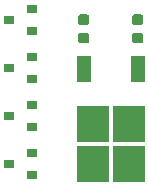
<source format=gbr>
G04 #@! TF.GenerationSoftware,KiCad,Pcbnew,5.0.2-bee76a0~70~ubuntu18.04.1*
G04 #@! TF.CreationDate,2019-12-10T21:20:44+01:00*
G04 #@! TF.ProjectId,RGB_strip,5247425f-7374-4726-9970-2e6b69636164,rev?*
G04 #@! TF.SameCoordinates,Original*
G04 #@! TF.FileFunction,Paste,Bot*
G04 #@! TF.FilePolarity,Positive*
%FSLAX46Y46*%
G04 Gerber Fmt 4.6, Leading zero omitted, Abs format (unit mm)*
G04 Created by KiCad (PCBNEW 5.0.2-bee76a0~70~ubuntu18.04.1) date mar 10 dic 2019 21:20:44 CET*
%MOMM*%
%LPD*%
G01*
G04 APERTURE LIST*
%ADD10C,0.100000*%
%ADD11C,0.875000*%
%ADD12R,0.900000X0.800000*%
%ADD13R,1.200000X2.200000*%
%ADD14R,2.750000X3.050000*%
G04 APERTURE END LIST*
D10*
G04 #@! TO.C,C1*
G36*
X121562691Y-93518053D02*
X121583926Y-93521203D01*
X121604750Y-93526419D01*
X121624962Y-93533651D01*
X121644368Y-93542830D01*
X121662781Y-93553866D01*
X121680024Y-93566654D01*
X121695930Y-93581070D01*
X121710346Y-93596976D01*
X121723134Y-93614219D01*
X121734170Y-93632632D01*
X121743349Y-93652038D01*
X121750581Y-93672250D01*
X121755797Y-93693074D01*
X121758947Y-93714309D01*
X121760000Y-93735750D01*
X121760000Y-94173250D01*
X121758947Y-94194691D01*
X121755797Y-94215926D01*
X121750581Y-94236750D01*
X121743349Y-94256962D01*
X121734170Y-94276368D01*
X121723134Y-94294781D01*
X121710346Y-94312024D01*
X121695930Y-94327930D01*
X121680024Y-94342346D01*
X121662781Y-94355134D01*
X121644368Y-94366170D01*
X121624962Y-94375349D01*
X121604750Y-94382581D01*
X121583926Y-94387797D01*
X121562691Y-94390947D01*
X121541250Y-94392000D01*
X121028750Y-94392000D01*
X121007309Y-94390947D01*
X120986074Y-94387797D01*
X120965250Y-94382581D01*
X120945038Y-94375349D01*
X120925632Y-94366170D01*
X120907219Y-94355134D01*
X120889976Y-94342346D01*
X120874070Y-94327930D01*
X120859654Y-94312024D01*
X120846866Y-94294781D01*
X120835830Y-94276368D01*
X120826651Y-94256962D01*
X120819419Y-94236750D01*
X120814203Y-94215926D01*
X120811053Y-94194691D01*
X120810000Y-94173250D01*
X120810000Y-93735750D01*
X120811053Y-93714309D01*
X120814203Y-93693074D01*
X120819419Y-93672250D01*
X120826651Y-93652038D01*
X120835830Y-93632632D01*
X120846866Y-93614219D01*
X120859654Y-93596976D01*
X120874070Y-93581070D01*
X120889976Y-93566654D01*
X120907219Y-93553866D01*
X120925632Y-93542830D01*
X120945038Y-93533651D01*
X120965250Y-93526419D01*
X120986074Y-93521203D01*
X121007309Y-93518053D01*
X121028750Y-93517000D01*
X121541250Y-93517000D01*
X121562691Y-93518053D01*
X121562691Y-93518053D01*
G37*
D11*
X121285000Y-93954500D03*
D10*
G36*
X121562691Y-95093053D02*
X121583926Y-95096203D01*
X121604750Y-95101419D01*
X121624962Y-95108651D01*
X121644368Y-95117830D01*
X121662781Y-95128866D01*
X121680024Y-95141654D01*
X121695930Y-95156070D01*
X121710346Y-95171976D01*
X121723134Y-95189219D01*
X121734170Y-95207632D01*
X121743349Y-95227038D01*
X121750581Y-95247250D01*
X121755797Y-95268074D01*
X121758947Y-95289309D01*
X121760000Y-95310750D01*
X121760000Y-95748250D01*
X121758947Y-95769691D01*
X121755797Y-95790926D01*
X121750581Y-95811750D01*
X121743349Y-95831962D01*
X121734170Y-95851368D01*
X121723134Y-95869781D01*
X121710346Y-95887024D01*
X121695930Y-95902930D01*
X121680024Y-95917346D01*
X121662781Y-95930134D01*
X121644368Y-95941170D01*
X121624962Y-95950349D01*
X121604750Y-95957581D01*
X121583926Y-95962797D01*
X121562691Y-95965947D01*
X121541250Y-95967000D01*
X121028750Y-95967000D01*
X121007309Y-95965947D01*
X120986074Y-95962797D01*
X120965250Y-95957581D01*
X120945038Y-95950349D01*
X120925632Y-95941170D01*
X120907219Y-95930134D01*
X120889976Y-95917346D01*
X120874070Y-95902930D01*
X120859654Y-95887024D01*
X120846866Y-95869781D01*
X120835830Y-95851368D01*
X120826651Y-95831962D01*
X120819419Y-95811750D01*
X120814203Y-95790926D01*
X120811053Y-95769691D01*
X120810000Y-95748250D01*
X120810000Y-95310750D01*
X120811053Y-95289309D01*
X120814203Y-95268074D01*
X120819419Y-95247250D01*
X120826651Y-95227038D01*
X120835830Y-95207632D01*
X120846866Y-95189219D01*
X120859654Y-95171976D01*
X120874070Y-95156070D01*
X120889976Y-95141654D01*
X120907219Y-95128866D01*
X120925632Y-95117830D01*
X120945038Y-95108651D01*
X120965250Y-95101419D01*
X120986074Y-95096203D01*
X121007309Y-95093053D01*
X121028750Y-95092000D01*
X121541250Y-95092000D01*
X121562691Y-95093053D01*
X121562691Y-95093053D01*
G37*
D11*
X121285000Y-95529500D03*
G04 #@! TD*
D10*
G04 #@! TO.C,C2*
G36*
X126134691Y-95093053D02*
X126155926Y-95096203D01*
X126176750Y-95101419D01*
X126196962Y-95108651D01*
X126216368Y-95117830D01*
X126234781Y-95128866D01*
X126252024Y-95141654D01*
X126267930Y-95156070D01*
X126282346Y-95171976D01*
X126295134Y-95189219D01*
X126306170Y-95207632D01*
X126315349Y-95227038D01*
X126322581Y-95247250D01*
X126327797Y-95268074D01*
X126330947Y-95289309D01*
X126332000Y-95310750D01*
X126332000Y-95748250D01*
X126330947Y-95769691D01*
X126327797Y-95790926D01*
X126322581Y-95811750D01*
X126315349Y-95831962D01*
X126306170Y-95851368D01*
X126295134Y-95869781D01*
X126282346Y-95887024D01*
X126267930Y-95902930D01*
X126252024Y-95917346D01*
X126234781Y-95930134D01*
X126216368Y-95941170D01*
X126196962Y-95950349D01*
X126176750Y-95957581D01*
X126155926Y-95962797D01*
X126134691Y-95965947D01*
X126113250Y-95967000D01*
X125600750Y-95967000D01*
X125579309Y-95965947D01*
X125558074Y-95962797D01*
X125537250Y-95957581D01*
X125517038Y-95950349D01*
X125497632Y-95941170D01*
X125479219Y-95930134D01*
X125461976Y-95917346D01*
X125446070Y-95902930D01*
X125431654Y-95887024D01*
X125418866Y-95869781D01*
X125407830Y-95851368D01*
X125398651Y-95831962D01*
X125391419Y-95811750D01*
X125386203Y-95790926D01*
X125383053Y-95769691D01*
X125382000Y-95748250D01*
X125382000Y-95310750D01*
X125383053Y-95289309D01*
X125386203Y-95268074D01*
X125391419Y-95247250D01*
X125398651Y-95227038D01*
X125407830Y-95207632D01*
X125418866Y-95189219D01*
X125431654Y-95171976D01*
X125446070Y-95156070D01*
X125461976Y-95141654D01*
X125479219Y-95128866D01*
X125497632Y-95117830D01*
X125517038Y-95108651D01*
X125537250Y-95101419D01*
X125558074Y-95096203D01*
X125579309Y-95093053D01*
X125600750Y-95092000D01*
X126113250Y-95092000D01*
X126134691Y-95093053D01*
X126134691Y-95093053D01*
G37*
D11*
X125857000Y-95529500D03*
D10*
G36*
X126134691Y-93518053D02*
X126155926Y-93521203D01*
X126176750Y-93526419D01*
X126196962Y-93533651D01*
X126216368Y-93542830D01*
X126234781Y-93553866D01*
X126252024Y-93566654D01*
X126267930Y-93581070D01*
X126282346Y-93596976D01*
X126295134Y-93614219D01*
X126306170Y-93632632D01*
X126315349Y-93652038D01*
X126322581Y-93672250D01*
X126327797Y-93693074D01*
X126330947Y-93714309D01*
X126332000Y-93735750D01*
X126332000Y-94173250D01*
X126330947Y-94194691D01*
X126327797Y-94215926D01*
X126322581Y-94236750D01*
X126315349Y-94256962D01*
X126306170Y-94276368D01*
X126295134Y-94294781D01*
X126282346Y-94312024D01*
X126267930Y-94327930D01*
X126252024Y-94342346D01*
X126234781Y-94355134D01*
X126216368Y-94366170D01*
X126196962Y-94375349D01*
X126176750Y-94382581D01*
X126155926Y-94387797D01*
X126134691Y-94390947D01*
X126113250Y-94392000D01*
X125600750Y-94392000D01*
X125579309Y-94390947D01*
X125558074Y-94387797D01*
X125537250Y-94382581D01*
X125517038Y-94375349D01*
X125497632Y-94366170D01*
X125479219Y-94355134D01*
X125461976Y-94342346D01*
X125446070Y-94327930D01*
X125431654Y-94312024D01*
X125418866Y-94294781D01*
X125407830Y-94276368D01*
X125398651Y-94256962D01*
X125391419Y-94236750D01*
X125386203Y-94215926D01*
X125383053Y-94194691D01*
X125382000Y-94173250D01*
X125382000Y-93735750D01*
X125383053Y-93714309D01*
X125386203Y-93693074D01*
X125391419Y-93672250D01*
X125398651Y-93652038D01*
X125407830Y-93632632D01*
X125418866Y-93614219D01*
X125431654Y-93596976D01*
X125446070Y-93581070D01*
X125461976Y-93566654D01*
X125479219Y-93553866D01*
X125497632Y-93542830D01*
X125517038Y-93533651D01*
X125537250Y-93526419D01*
X125558074Y-93521203D01*
X125579309Y-93518053D01*
X125600750Y-93517000D01*
X126113250Y-93517000D01*
X126134691Y-93518053D01*
X126134691Y-93518053D01*
G37*
D11*
X125857000Y-93954500D03*
G04 #@! TD*
D12*
G04 #@! TO.C,Q1*
X116951000Y-93030000D03*
X116951000Y-94930000D03*
X114951000Y-93980000D03*
G04 #@! TD*
G04 #@! TO.C,Q2*
X116951000Y-97094000D03*
X116951000Y-98994000D03*
X114951000Y-98044000D03*
G04 #@! TD*
G04 #@! TO.C,Q3*
X114951000Y-102108000D03*
X116951000Y-103058000D03*
X116951000Y-101158000D03*
G04 #@! TD*
G04 #@! TO.C,Q4*
X114951000Y-106172000D03*
X116951000Y-107122000D03*
X116951000Y-105222000D03*
G04 #@! TD*
D13*
G04 #@! TO.C,U1*
X121291000Y-98162000D03*
X125851000Y-98162000D03*
D14*
X125096000Y-106137000D03*
X122046000Y-102787000D03*
X122046000Y-106137000D03*
X125096000Y-102787000D03*
G04 #@! TD*
M02*

</source>
